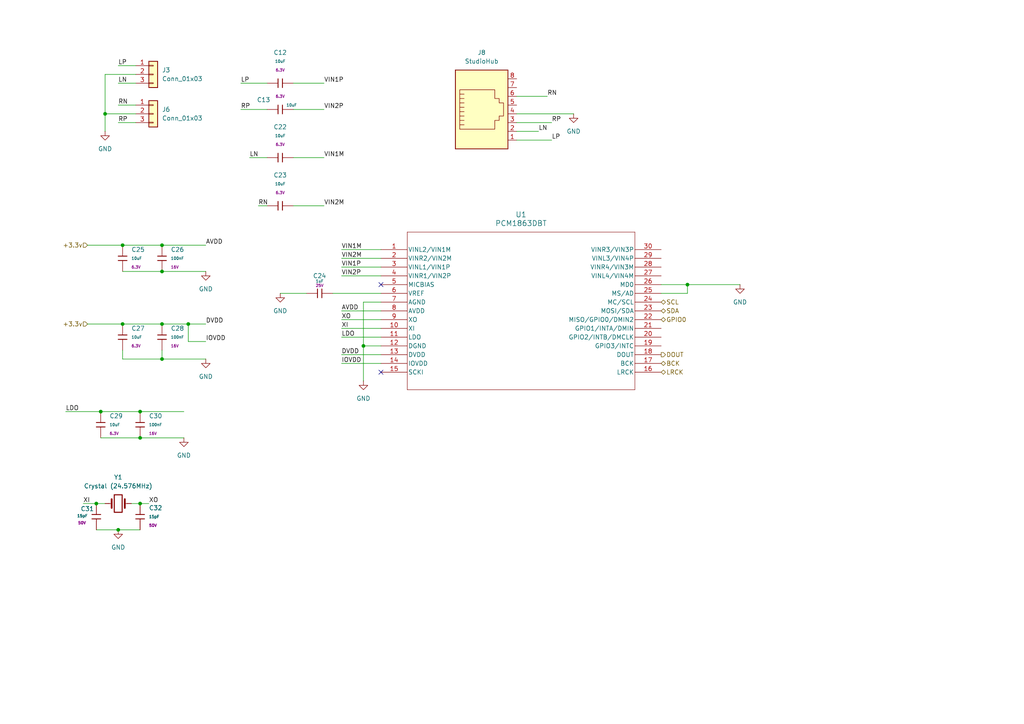
<source format=kicad_sch>
(kicad_sch (version 20250114) (generator "eeschema") (generator_version "9.0")
  (paper "A4")
  (lib_symbols
    (symbol "Connector:RJ45" (pin_names (offset 1.016))
      (property "Reference" "J" (at -5.08 13.97 0))
      (property "Value" "RJ45" (at 2.54 13.97 0))
      (symbol "RJ45_0_1"
        (polyline (pts (xy -6.35 1.905) (xy -5.08 1.905) (xy -5.08 1.905)))
        (polyline (pts (xy -6.35 0.635) (xy -5.08 0.635) (xy -5.08 0.635)))
        (polyline (pts (xy -6.35 -0.635) (xy -5.08 -0.635) (xy -5.08 -0.635)))
        (polyline (pts (xy -6.35 -1.905) (xy -5.08 -1.905) (xy -5.08 -1.905)))
        (polyline (pts (xy -6.35 -3.175) (xy -5.08 -3.175) (xy -5.08 -3.175)))
        (polyline (pts (xy -6.35 -4.445) (xy -6.35 6.985) (xy 3.81 6.985) (xy 3.81 4.445) (xy 5.08 4.445) (xy 5.08 3.175) (xy 6.35 3.175) (xy 6.35 -0.635) (xy 5.08 -0.635) (xy 5.08 -1.905) (xy 3.81 -1.905) (xy 3.81 -4.445) (xy -6.35 -4.445) (xy -6.35 -4.445)))
        (polyline (pts (xy -5.08 5.715) (xy -6.35 5.715)))
        (polyline (pts (xy -5.08 4.445) (xy -6.35 4.445)))
        (polyline (pts (xy -5.08 3.175) (xy -6.35 3.175) (xy -6.35 3.175)))
        (rectangle (start 7.62 12.7) (end -7.62 -10.16) (stroke (width 0.254)) (fill (type background)))
      )
      (symbol "RJ45_1_1"
        (pin passive line (at 10.16 10.16 180) (length 2.54) (name "~") (number "8"))
        (pin passive line (at 10.16 7.62 180) (length 2.54) (name "~") (number "7"))
        (pin passive line (at 10.16 5.08 180) (length 2.54) (name "~") (number "6"))
        (pin passive line (at 10.16 2.54 180) (length 2.54) (name "~") (number "5"))
        (pin passive line (at 10.16 0 180) (length 2.54) (name "~") (number "4"))
        (pin passive line (at 10.16 -2.54 180) (length 2.54) (name "~") (number "3"))
        (pin passive line (at 10.16 -5.08 180) (length 2.54) (name "~") (number "2"))
        (pin passive line (at 10.16 -7.62 180) (length 2.54) (name "~") (number "1"))
      )
    )
    (symbol "Connector_Generic:Conn_01x03" (pin_names (offset 1.016) (hide yes))
      (property "Reference" "J" (at 0 5.08 0))
      (property "Value" "Conn_01x03" (at 0 -5.08 0))
      (symbol "Conn_01x03_1_1"
        (rectangle (start -1.27 3.81) (end 1.27 -3.81) (stroke (width 0.254)) (fill (type background)))
        (rectangle (start -1.27 2.667) (end 0 2.413) (stroke (width 0.1524)))
        (rectangle (start -1.27 0.127) (end 0 -0.127) (stroke (width 0.1524)))
        (rectangle (start -1.27 -2.413) (end 0 -2.667) (stroke (width 0.1524)))
        (pin passive line (at -5.08 2.54 0) (length 3.81) (name "Pin_1") (number "1"))
        (pin passive line (at -5.08 0 0) (length 3.81) (name "Pin_2") (number "2"))
        (pin passive line (at -5.08 -2.54 0) (length 3.81) (name "Pin_3") (number "3"))
      )
    )
    (symbol "Device:Crystal" (pin_numbers (hide yes)) (pin_names (offset 1.016) (hide yes))
      (property "Reference" "Y" (at 0 3.81 0))
      (property "Value" "Crystal" (at 0 -3.81 0))
      (symbol "Crystal_0_1"
        (polyline (pts (xy -2.54 0) (xy -1.905 0)))
        (polyline (pts (xy -1.905 -1.27) (xy -1.905 1.27)) (stroke (width 0.508)))
        (rectangle (start -1.143 2.54) (end 1.143 -2.54) (stroke (width 0.3048)))
        (polyline (pts (xy 1.905 -1.27) (xy 1.905 1.27)) (stroke (width 0.508)))
        (polyline (pts (xy 2.54 0) (xy 1.905 0)))
      )
      (symbol "Crystal_1_1"
        (pin passive line (at -3.81 0 0) (length 1.27) (name "1") (number "1"))
        (pin passive line (at 3.81 0 180) (length 1.27) (name "2") (number "2"))
      )
    )
    (symbol "PCM1863:PCM1863DBT" (pin_names (offset 0.254))
      (property "Reference" "U" (at 40.64 10.16 0))
      (property "Value" "PCM1863DBT" (at 40.64 7.62 0))
      (symbol "PCM1863DBT_0_1"
        (polyline (pts (xy 7.62 5.08) (xy 7.62 -40.64)) (stroke (width 0.127)))
        (polyline (pts (xy 7.62 -40.64) (xy 73.66 -40.64)) (stroke (width 0.127)))
        (polyline (pts (xy 73.66 5.08) (xy 7.62 5.08)) (stroke (width 0.127)))
        (polyline (pts (xy 73.66 -40.64) (xy 73.66 5.08)) (stroke (width 0.127)))
        (pin input line (at 0 0 0) (length 7.62) (name "VINL2/VIN1M") (number "1"))
        (pin input line (at 0 -2.54 0) (length 7.62) (name "VINR2/VIN2M") (number "2"))
        (pin input line (at 0 -5.08 0) (length 7.62) (name "VINL1/VIN1P") (number "3"))
        (pin input line (at 0 -7.62 0) (length 7.62) (name "VINR1/VIN2P") (number "4"))
        (pin unspecified line (at 0 -10.16 0) (length 7.62) (name "MICBIAS") (number "5"))
        (pin power_in line (at 0 -12.7 0) (length 7.62) (name "VREF") (number "6"))
        (pin power_in line (at 0 -15.24 0) (length 7.62) (name "AGND") (number "7"))
        (pin power_in line (at 0 -17.78 0) (length 7.62) (name "AVDD") (number "8"))
        (pin output line (at 0 -20.32 0) (length 7.62) (name "XO") (number "9"))
        (pin input line (at 0 -22.86 0) (length 7.62) (name "XI") (number "10"))
        (pin output line (at 0 -25.4 0) (length 7.62) (name "LDO") (number "11"))
        (pin power_in line (at 0 -27.94 0) (length 7.62) (name "DGND") (number "12"))
        (pin power_in line (at 0 -30.48 0) (length 7.62) (name "DVDD") (number "13"))
        (pin power_in line (at 0 -33.02 0) (length 7.62) (name "IOVDD") (number "14"))
        (pin input line (at 0 -35.56 0) (length 7.62) (name "SCKI") (number "15"))
        (pin input line (at 81.28 0 180) (length 7.62) (name "VINR3/VIN3P") (number "30"))
        (pin input line (at 81.28 -2.54 180) (length 7.62) (name "VINL3/VIN4P") (number "29"))
        (pin input line (at 81.28 -5.08 180) (length 7.62) (name "VINR4/VIN3M") (number "28"))
        (pin input line (at 81.28 -7.62 180) (length 7.62) (name "VINL4/VIN4M") (number "27"))
        (pin input line (at 81.28 -10.16 180) (length 7.62) (name "MD0") (number "26"))
        (pin input line (at 81.28 -12.7 180) (length 7.62) (name "MS/AD") (number "25"))
        (pin input line (at 81.28 -15.24 180) (length 7.62) (name "MC/SCL") (number "24"))
        (pin bidirectional line (at 81.28 -17.78 180) (length 7.62) (name "MOSI/SDA") (number "23"))
        (pin bidirectional line (at 81.28 -20.32 180) (length 7.62) (name "MISO/GPIO0/DMIN2") (number "22"))
        (pin bidirectional line (at 81.28 -22.86 180) (length 7.62) (name "GPIO1/INTA/DMIN") (number "21"))
        (pin bidirectional line (at 81.28 -25.4 180) (length 7.62) (name "GPIO2/INTB/DMCLK") (number "20"))
        (pin bidirectional line (at 81.28 -27.94 180) (length 7.62) (name "GPIO3/INTC") (number "19"))
        (pin output line (at 81.28 -30.48 180) (length 7.62) (name "DOUT") (number "18"))
        (pin bidirectional line (at 81.28 -33.02 180) (length 7.62) (name "BCK") (number "17"))
        (pin bidirectional line (at 81.28 -35.56 180) (length 7.62) (name "LRCK") (number "16"))
      )
    )
    (symbol "PCM_JLCPCB-Capacitors:0402,100nF" (pin_numbers (hide yes)) (pin_names (offset 0))
      (property "Reference" "C" (at 2.032 1.668 0))
      (property "Value" "100nF" (at 2.032 -0.3782 0))
      (property "Voltage Rated" "16V" (at 2.032 -2.0462 0))
      (symbol "0402,100nF_0_1"
        (polyline (pts (xy -1.27 0.635) (xy 1.27 0.635)) (stroke (width 0.254)))
        (polyline (pts (xy -1.27 -0.635) (xy 1.27 -0.635)) (stroke (width 0.254)))
      )
      (symbol "0402,100nF_1_1"
        (pin passive line (at 0 3.81 270) (length 3.175) (name "~") (number "1"))
        (pin passive line (at 0 -3.81 90) (length 3.175) (name "~") (number "2"))
      )
    )
    (symbol "PCM_JLCPCB-Capacitors:0402,10uF" (pin_numbers (hide yes)) (pin_names (offset 0))
      (property "Reference" "C" (at 2.032 1.668 0))
      (property "Value" "10uF" (at 2.032 -0.3782 0))
      (property "Voltage Rated" "6.3V" (at 2.032 -2.0462 0))
      (symbol "0402,10uF_0_1"
        (polyline (pts (xy -1.27 0.635) (xy 1.27 0.635)) (stroke (width 0.254)))
        (polyline (pts (xy -1.27 -0.635) (xy 1.27 -0.635)) (stroke (width 0.254)))
      )
      (symbol "0402,10uF_1_1"
        (pin passive line (at 0 3.81 270) (length 3.175) (name "~") (number "1"))
        (pin passive line (at 0 -3.81 90) (length 3.175) (name "~") (number "2"))
      )
    )
    (symbol "PCM_JLCPCB-Capacitors:0402,15pF" (pin_numbers (hide yes)) (pin_names (offset 0))
      (property "Reference" "C" (at 2.032 1.668 0))
      (property "Value" "15pF" (at 2.032 -0.3782 0))
      (property "Voltage Rated" "50V" (at 2.032 -2.0462 0))
      (symbol "0402,15pF_0_1"
        (polyline (pts (xy -1.27 0.635) (xy 1.27 0.635)) (stroke (width 0.254)))
        (polyline (pts (xy -1.27 -0.635) (xy 1.27 -0.635)) (stroke (width 0.254)))
      )
      (symbol "0402,15pF_1_1"
        (pin passive line (at 0 3.81 270) (length 3.175) (name "~") (number "1"))
        (pin passive line (at 0 -3.81 90) (length 3.175) (name "~") (number "2"))
      )
    )
    (symbol "PCM_JLCPCB-Capacitors:0402,1uF" (pin_numbers (hide yes)) (pin_names (offset 0))
      (property "Reference" "C" (at 2.032 1.668 0))
      (property "Value" "1uF" (at 2.032 -0.3782 0))
      (property "Voltage Rated" "25V" (at 2.032 -2.0462 0))
      (symbol "0402,1uF_0_1"
        (polyline (pts (xy -1.27 0.635) (xy 1.27 0.635)) (stroke (width 0.254)))
        (polyline (pts (xy -1.27 -0.635) (xy 1.27 -0.635)) (stroke (width 0.254)))
      )
      (symbol "0402,1uF_1_1"
        (pin passive line (at 0 3.81 270) (length 3.175) (name "~") (number "1"))
        (pin passive line (at 0 -3.81 90) (length 3.175) (name "~") (number "2"))
      )
    )
    (symbol "power:GND" (power) (pin_numbers (hide yes)) (pin_names (offset 0) (hide yes))
      (property "Value" "GND" (at 0 -3.81 0))
      (symbol "GND_0_1"
        (polyline (pts (xy 0 0) (xy 0 -1.27) (xy 1.27 -1.27) (xy 0 -2.54) (xy -1.27 -1.27) (xy 0 -1.27)))
      )
      (symbol "GND_1_1"
        (pin power_in line (at 0 0 270) (length 0) (name "~") (number "1"))
      )
    )
  )
  (junction (at 40.64 146.05))
  (junction (at 35.56 93.98))
  (junction (at 46.99 71.12))
  (junction (at 105.41 100.33))
  (junction (at 34.29 153.67))
  (junction (at 29.21 119.38))
  (junction (at 35.56 71.12))
  (junction (at 46.99 78.74))
  (junction (at 40.64 119.38))
  (junction (at 46.99 104.14))
  (junction (at 30.48 33.02))
  (junction (at 54.61 93.98))
  (junction (at 40.64 127))
  (junction (at 46.99 93.98))
  (junction (at 199.39 82.55))
  (junction (at 27.94 146.05))
  (no_connect (at 110.49 107.95))
  (no_connect (at 110.49 82.55))
  (wire (pts (xy 29.21 127) (xy 40.64 127)))
  (wire (pts (xy 35.56 71.12) (xy 46.99 71.12)))
  (wire (pts (xy 34.29 153.67) (xy 40.64 153.67)))
  (wire (pts (xy 199.39 85.09) (xy 199.39 82.55)))
  (wire (pts (xy 99.06 97.79) (xy 110.49 97.79)))
  (wire (pts (xy 27.94 153.67) (xy 34.29 153.67)))
  (wire (pts (xy 105.41 87.63) (xy 105.41 100.33)))
  (wire (pts (xy 29.21 119.38) (xy 40.64 119.38)))
  (wire (pts (xy 110.49 74.93) (xy 99.06 74.93)))
  (wire (pts (xy 74.93 59.69) (xy 77.47 59.69)))
  (wire (pts (xy 99.06 95.25) (xy 110.49 95.25)))
  (wire (pts (xy 59.69 104.14) (xy 46.99 104.14)))
  (wire (pts (xy 81.28 85.09) (xy 88.9 85.09)))
  (wire (pts (xy 191.77 85.09) (xy 199.39 85.09)))
  (wire (pts (xy 25.4 71.12) (xy 35.56 71.12)))
  (wire (pts (xy 85.09 59.69) (xy 93.98 59.69)))
  (wire (pts (xy 72.39 45.72) (xy 77.47 45.72)))
  (wire (pts (xy 191.77 82.55) (xy 199.39 82.55)))
  (wire (pts (xy 27.94 146.05) (xy 30.48 146.05)))
  (wire (pts (xy 19.05 119.38) (xy 29.21 119.38)))
  (wire (pts (xy 110.49 80.01) (xy 99.06 80.01)))
  (wire (pts (xy 199.39 82.55) (xy 214.63 82.55)))
  (wire (pts (xy 46.99 104.14) (xy 46.99 101.6)))
  (wire (pts (xy 53.34 127) (xy 40.64 127)))
  (wire (pts (xy 85.09 31.75) (xy 93.98 31.75)))
  (wire (pts (xy 46.99 71.12) (xy 59.69 71.12)))
  (wire (pts (xy 54.61 99.06) (xy 59.69 99.06)))
  (wire (pts (xy 96.52 85.09) (xy 110.49 85.09)))
  (wire (pts (xy 54.61 93.98) (xy 59.69 93.98)))
  (wire (pts (xy 149.86 38.1) (xy 156.21 38.1)))
  (wire (pts (xy 99.06 102.87) (xy 110.49 102.87)))
  (wire (pts (xy 85.09 24.13) (xy 93.98 24.13)))
  (wire (pts (xy 149.86 33.02) (xy 166.37 33.02)))
  (wire (pts (xy 46.99 78.74) (xy 59.69 78.74)))
  (wire (pts (xy 110.49 87.63) (xy 105.41 87.63)))
  (wire (pts (xy 39.37 30.48) (xy 34.29 30.48)))
  (wire (pts (xy 110.49 77.47) (xy 99.06 77.47)))
  (wire (pts (xy 40.64 146.05) (xy 43.18 146.05)))
  (wire (pts (xy 149.86 35.56) (xy 160.02 35.56)))
  (wire (pts (xy 34.29 35.56) (xy 39.37 35.56)))
  (wire (pts (xy 38.1 146.05) (xy 40.64 146.05)))
  (wire (pts (xy 85.09 45.72) (xy 93.98 45.72)))
  (wire (pts (xy 25.4 93.98) (xy 35.56 93.98)))
  (wire (pts (xy 54.61 93.98) (xy 54.61 99.06)))
  (wire (pts (xy 35.56 104.14) (xy 46.99 104.14)))
  (wire (pts (xy 149.86 40.64) (xy 160.02 40.64)))
  (wire (pts (xy 35.56 104.14) (xy 35.56 101.6)))
  (wire (pts (xy 69.85 24.13) (xy 77.47 24.13)))
  (wire (pts (xy 30.48 33.02) (xy 30.48 38.1)))
  (wire (pts (xy 69.85 31.75) (xy 77.47 31.75)))
  (wire (pts (xy 99.06 90.17) (xy 110.49 90.17)))
  (wire (pts (xy 105.41 100.33) (xy 105.41 110.49)))
  (wire (pts (xy 24.13 146.05) (xy 27.94 146.05)))
  (wire (pts (xy 30.48 21.59) (xy 30.48 33.02)))
  (wire (pts (xy 99.06 72.39) (xy 110.49 72.39)))
  (wire (pts (xy 40.64 119.38) (xy 53.34 119.38)))
  (wire (pts (xy 35.56 93.98) (xy 46.99 93.98)))
  (wire (pts (xy 30.48 21.59) (xy 39.37 21.59)))
  (wire (pts (xy 99.06 92.71) (xy 110.49 92.71)))
  (wire (pts (xy 110.49 100.33) (xy 105.41 100.33)))
  (wire (pts (xy 149.86 27.94) (xy 158.75 27.94)))
  (wire (pts (xy 35.56 78.74) (xy 46.99 78.74)))
  (wire (pts (xy 46.99 93.98) (xy 54.61 93.98)))
  (wire (pts (xy 99.06 105.41) (xy 110.49 105.41)))
  (wire (pts (xy 39.37 19.05) (xy 34.29 19.05)))
  (wire (pts (xy 30.48 33.02) (xy 39.37 33.02)))
  (wire (pts (xy 34.29 24.13) (xy 39.37 24.13)))
  (label "XI" (at 99.06 95.25 0))
  (label "LN" (at 72.39 45.72 0))
  (label "RN" (at 158.75 27.94 0))
  (label "RN" (at 34.29 30.48 0))
  (label "VIN1P" (at 99.06 77.47 0))
  (label "LN" (at 34.29 24.13 0))
  (label "VIN2P" (at 93.98 31.75 0))
  (label "LP" (at 69.85 24.13 0))
  (label "DVDD" (at 59.69 93.98 0))
  (label "AVDD" (at 59.69 71.12 0))
  (label "XI" (at 24.13 146.05 0))
  (label "XO" (at 99.06 92.71 0))
  (label "VIN1M" (at 99.06 72.39 0))
  (label "DVDD" (at 99.06 102.87 0))
  (label "LP" (at 160.02 40.64 0))
  (label "XO" (at 43.18 146.05 0))
  (label "LP" (at 34.29 19.05 0))
  (label "RP" (at 34.29 35.56 0))
  (label "RN" (at 74.93 59.69 0))
  (label "RP" (at 69.85 31.75 0))
  (label "AVDD" (at 99.06 90.17 0))
  (label "IOVDD" (at 59.69 99.06 0))
  (label "LN" (at 156.21 38.1 0))
  (label "RP" (at 160.02 35.56 0))
  (label "VIN1P" (at 93.98 24.13 0))
  (label "VIN2M" (at 93.98 59.69 0))
  (label "LDO" (at 19.05 119.38 0))
  (label "VIN2P" (at 99.06 80.01 0))
  (label "LDO" (at 99.06 97.79 0))
  (label "IOVDD" (at 99.06 105.41 0))
  (label "VIN1M" (at 93.98 45.72 0))
  (label "VIN2M" (at 99.06 74.93 0))
  (hierarchical_label "+3.3v" (shape input) (at 25.4 71.12 180))
  (hierarchical_label "GPIO0" (shape bidirectional) (at 191.77 92.71 0))
  (hierarchical_label "LRCK" (shape bidirectional) (at 191.77 107.95 0))
  (hierarchical_label "BCK" (shape bidirectional) (at 191.77 105.41 0))
  (hierarchical_label "SCL" (shape bidirectional) (at 191.77 87.63 0))
  (hierarchical_label "SDA" (shape bidirectional) (at 191.77 90.17 0))
  (hierarchical_label "DOUT" (shape output) (at 191.77 102.87 0))
  (hierarchical_label "+3.3v" (shape input) (at 25.4 93.98 180))
  (symbol (lib_id "PCM_JLCPCB-Capacitors:0402,15pF") (at 40.64 149.86 0) (unit 1)
    (property "Reference" "C32" (at 43.18 147.3199 0) (effects (justify left)))
    (property "Value" "15pF" (at 43.18 149.86 0) (effects (font (size 0.8 0.8)) (justify left)))
    (property "Footprint" "PCM_JLCPCB:C_0402" (effects (hide yes)))
    (property "Datasheet" "https://www.lcsc.com/datasheet/lcsc_datasheet_2304140030_FH--Guangdong-Fenghua-Advanced-Tech-0402CG150J500NT_C1548.pdf" (effects (hide yes)))
    (property "Description" "50V 15pF C0G ±5% 0402 Multilayer Ceramic Capacitors MLCC - SMD/SMT ROHS" (effects (hide yes)))
    (property "LCSC" "C1548" (effects (hide yes)))
    (property "Stock" "324139" (effects (hide yes)))
    (property "Price" "0.004USD" (effects (hide yes)))
    (property "Process" "SMT" (effects (hide yes)))
    (property "Minimum Qty" "20" (effects (hide yes)))
    (property "Attrition Qty" "10" (effects (hide yes)))
    (property "Class" "Basic Component" (effects (hide yes)))
    (property "Category" "Capacitors,Multilayer Ceramic Capacitors MLCC - SMD/SMT" (effects (hide yes)))
    (property "Manufacturer" "FH(Guangdong Fenghua Advanced Tech)" (effects (hide yes)))
    (property "Part" "0402CG150J500NT" (effects (hide yes)))
    (property "Voltage Rated" "50V" (at 43.18 152.4 0) (effects (font (size 0.8 0.8)) (justify left)))
    (property "Tolerance" "±5%" (effects (hide yes)))
    (property "Capacitance" "15pF" (effects (hide yes)))
    (property "Temperature Coefficient" "C0G" (effects (hide yes)))
  )
  (symbol (lib_id "PCM_JLCPCB-Capacitors:0402,100nF") (at 40.64 123.19 0) (unit 1)
    (property "Reference" "C30" (at 43.18 120.6499 0) (effects (justify left)))
    (property "Value" "100nF" (at 43.18 123.19 0) (effects (font (size 0.8 0.8)) (justify left)))
    (property "Footprint" "PCM_JLCPCB:C_0402" (effects (hide yes)))
    (property "Datasheet" "https://www.lcsc.com/datasheet/lcsc_datasheet_2304140030_Samsung-Electro-Mechanics-CL05B104KO5NNNC_C1525.pdf" (effects (hide yes)))
    (property "Description" "16V 100nF X7R ±10% 0402 Multilayer Ceramic Capacitors MLCC - SMD/SMT ROHS" (effects (hide yes)))
    (property "LCSC" "C1525" (effects (hide yes)))
    (property "Stock" "11444489" (effects (hide yes)))
    (property "Price" "0.004USD" (effects (hide yes)))
    (property "Process" "SMT" (effects (hide yes)))
    (property "Minimum Qty" "20" (effects (hide yes)))
    (property "Attrition Qty" "10" (effects (hide yes)))
    (property "Class" "Basic Component" (effects (hide yes)))
    (property "Category" "Capacitors,Multilayer Ceramic Capacitors MLCC - SMD/SMT" (effects (hide yes)))
    (property "Manufacturer" "Samsung Electro-Mechanics" (effects (hide yes)))
    (property "Part" "CL05B104KO5NNNC" (effects (hide yes)))
    (property "Voltage Rated" "16V" (at 43.18 125.73 0) (effects (font (size 0.8 0.8)) (justify left)))
    (property "Tolerance" "±10%" (effects (hide yes)))
    (property "Capacitance" "100nF" (effects (hide yes)))
    (property "Temperature Coefficient" "X7R" (effects (hide yes)))
  )
  (symbol (lib_id "PCM_JLCPCB-Capacitors:0402,15pF") (at 27.94 149.86 0) (unit 1)
    (property "Reference" "C31" (at 23.368 147.574 0) (effects (justify left)))
    (property "Value" "15pF" (at 22.352 149.606 0) (effects (font (size 0.8 0.8)) (justify left)))
    (property "Footprint" "PCM_JLCPCB:C_0402" (effects (hide yes)))
    (property "Datasheet" "https://www.lcsc.com/datasheet/lcsc_datasheet_2304140030_FH--Guangdong-Fenghua-Advanced-Tech-0402CG150J500NT_C1548.pdf" (effects (hide yes)))
    (property "Description" "50V 15pF C0G ±5% 0402 Multilayer Ceramic Capacitors MLCC - SMD/SMT ROHS" (effects (hide yes)))
    (property "LCSC" "C1548" (effects (hide yes)))
    (property "Stock" "324139" (effects (hide yes)))
    (property "Price" "0.004USD" (effects (hide yes)))
    (property "Process" "SMT" (effects (hide yes)))
    (property "Minimum Qty" "20" (effects (hide yes)))
    (property "Attrition Qty" "10" (effects (hide yes)))
    (property "Class" "Basic Component" (effects (hide yes)))
    (property "Category" "Capacitors,Multilayer Ceramic Capacitors MLCC - SMD/SMT" (effects (hide yes)))
    (property "Manufacturer" "FH(Guangdong Fenghua Advanced Tech)" (effects (hide yes)))
    (property "Part" "0402CG150J500NT" (effects (hide yes)))
    (property "Voltage Rated" "50V" (at 22.606 151.638 0) (effects (font (size 0.8 0.8)) (justify left)))
    (property "Tolerance" "±5%" (effects (hide yes)))
    (property "Capacitance" "15pF" (effects (hide yes)))
    (property "Temperature Coefficient" "C0G" (effects (hide yes)))
  )
  (symbol (lib_id "PCM_JLCPCB-Capacitors:0402,1uF") (at 92.71 85.09 90) (unit 1)
    (property "Reference" "C24" (at 92.71 80.01 90))
    (property "Value" "1uF" (at 92.71 81.534 90) (effects (font (size 0.8 0.8))))
    (property "Footprint" "PCM_JLCPCB:C_0402" (effects (hide yes)))
    (property "Datasheet" "https://www.lcsc.com/datasheet/lcsc_datasheet_2304140030_Samsung-Electro-Mechanics-CL05A105KA5NQNC_C52923.pdf" (effects (hide yes)))
    (property "Description" "25V 1uF X5R ±10% 0402 Multilayer Ceramic Capacitors MLCC - SMD/SMT ROHS" (effects (hide yes)))
    (property "LCSC" "C52923" (effects (hide yes)))
    (property "Stock" "9400182" (effects (hide yes)))
    (property "Price" "0.006USD" (effects (hide yes)))
    (property "Process" "SMT" (effects (hide yes)))
    (property "Minimum Qty" "20" (effects (hide yes)))
    (property "Attrition Qty" "10" (effects (hide yes)))
    (property "Class" "Basic Component" (effects (hide yes)))
    (property "Category" "Capacitors,Multilayer Ceramic Capacitors MLCC - SMD/SMT" (effects (hide yes)))
    (property "Manufacturer" "Samsung Electro-Mechanics" (effects (hide yes)))
    (property "Part" "CL05A105KA5NQNC" (effects (hide yes)))
    (property "Voltage Rated" "25V" (at 92.71 82.804 90) (effects (font (size 0.8 0.8))))
    (property "Tolerance" "±10%" (effects (hide yes)))
    (property "Capacitance" "1uF" (effects (hide yes)))
    (property "Temperature Coefficient" "X5R" (effects (hide yes)))
  )
  (symbol (lib_id "power:GND") (at 81.28 85.09 0) (unit 1)
    (property "Reference" "#PWR031" (effects (hide yes)))
    (property "Value" "GND" (at 81.28 90.17 0))
    (property "Description" "Power symbol creates a global label with name \"GND\" , ground" (effects (hide yes)))
  )
  (symbol (lib_id "PCM_JLCPCB-Capacitors:0402,10uF") (at 35.56 74.93 180) (unit 1)
    (property "Reference" "C25" (at 38.1 72.3899 0) (effects (justify right)))
    (property "Value" "10uF" (at 38.1 74.93 0) (effects (font (size 0.8 0.8)) (justify right)))
    (property "Footprint" "PCM_JLCPCB:C_0402" (effects (hide yes)))
    (property "Datasheet" "https://www.lcsc.com/datasheet/lcsc_datasheet_2208231630_Samsung-Electro-Mechanics-CL05A106MQ5NUNC_C15525.pdf" (effects (hide yes)))
    (property "Description" "6.3V 10uF X5R ±20% 0402 Multilayer Ceramic Capacitors MLCC - SMD/SMT ROHS" (effects (hide yes)))
    (property "LCSC" "C15525" (effects (hide yes)))
    (property "Stock" "3628061" (effects (hide yes)))
    (property "Price" "0.009USD" (effects (hide yes)))
    (property "Process" "SMT" (effects (hide yes)))
    (property "Minimum Qty" "20" (effects (hide yes)))
    (property "Attrition Qty" "10" (effects (hide yes)))
    (property "Class" "Basic Component" (effects (hide yes)))
    (property "Category" "Capacitors,Multilayer Ceramic Capacitors MLCC - SMD/SMT" (effects (hide yes)))
    (property "Manufacturer" "Samsung Electro-Mechanics" (effects (hide yes)))
    (property "Part" "CL05A106MQ5NUNC" (effects (hide yes)))
    (property "Voltage Rated" "6.3V" (at 38.1 77.47 0) (effects (font (size 0.8 0.8)) (justify right)))
    (property "Tolerance" "±20%" (effects (hide yes)))
    (property "Capacitance" "10uF" (effects (hide yes)))
    (property "Temperature Coefficient" "X5R" (effects (hide yes)))
  )
  (symbol (lib_id "Connector_Generic:Conn_01x03") (at 44.45 33.02 0) (unit 1)
    (property "Reference" "J6" (at 46.99 31.7499 0) (effects (justify left)))
    (property "Value" "Conn_01x03" (at 46.99 34.2899 0) (effects (justify left)))
    (property "Footprint" "Connector_Molex:Molex_Micro-Fit_3.0_43650-0315_1x03_P3.00mm_Vertical" (effects (hide yes)))
    (property "Description" "Generic connector, single row, 01x03, script generated (kicad-library-utils/schlib/autogen/connector/)" (effects (hide yes)))
  )
  (symbol (lib_id "power:GND") (at 214.63 82.55 0) (unit 1)
    (property "Reference" "#PWR049" (effects (hide yes)))
    (property "Value" "GND" (at 214.63 87.63 0))
    (property "Description" "Power symbol creates a global label with name \"GND\" , ground" (effects (hide yes)))
  )
  (symbol (lib_id "power:GND") (at 30.48 38.1 0) (unit 1)
    (property "Reference" "#PWR029" (effects (hide yes)))
    (property "Value" "GND" (at 30.48 43.18 0))
    (property "Description" "Power symbol creates a global label with name \"GND\" , ground" (effects (hide yes)))
  )
  (symbol (lib_id "PCM_JLCPCB-Capacitors:0402,10uF") (at 81.28 24.13 90) (unit 1)
    (property "Reference" "C12" (at 81.28 15.24 90))
    (property "Value" "10uF" (at 81.28 17.78 90) (effects (font (size 0.8 0.8))))
    (property "Footprint" "PCM_JLCPCB:C_0402" (effects (hide yes)))
    (property "Datasheet" "https://www.lcsc.com/datasheet/lcsc_datasheet_2208231630_Samsung-Electro-Mechanics-CL05A106MQ5NUNC_C15525.pdf" (effects (hide yes)))
    (property "Description" "6.3V 10uF X5R ±20% 0402 Multilayer Ceramic Capacitors MLCC - SMD/SMT ROHS" (effects (hide yes)))
    (property "LCSC" "C15525" (effects (hide yes)))
    (property "Stock" "3628061" (effects (hide yes)))
    (property "Price" "0.009USD" (effects (hide yes)))
    (property "Process" "SMT" (effects (hide yes)))
    (property "Minimum Qty" "20" (effects (hide yes)))
    (property "Attrition Qty" "10" (effects (hide yes)))
    (property "Class" "Basic Component" (effects (hide yes)))
    (property "Category" "Capacitors,Multilayer Ceramic Capacitors MLCC - SMD/SMT" (effects (hide yes)))
    (property "Manufacturer" "Samsung Electro-Mechanics" (effects (hide yes)))
    (property "Part" "CL05A106MQ5NUNC" (effects (hide yes)))
    (property "Voltage Rated" "6.3V" (at 81.28 20.32 90) (effects (font (size 0.8 0.8))))
    (property "Tolerance" "±20%" (effects (hide yes)))
    (property "Capacitance" "10uF" (effects (hide yes)))
    (property "Temperature Coefficient" "X5R" (effects (hide yes)))
  )
  (symbol (lib_id "PCM1863:PCM1863DBT") (at 110.49 72.39 0) (unit 1)
    (property "Reference" "U1" (at 151.13 62.23 0) (effects (font (size 1.524 1.524))))
    (property "Value" "PCM1863DBT" (at 151.13 64.77 0) (effects (font (size 1.524 1.524))))
    (property "Footprint" "DBT30_TEX" (effects (hide yes)))
    (property "Datasheet" "PCM1863DBT" (effects (hide yes)))
  )
  (symbol (lib_id "PCM_JLCPCB-Capacitors:0402,10uF") (at 29.21 123.19 180) (unit 1)
    (property "Reference" "C29" (at 31.75 120.6499 0) (effects (justify right)))
    (property "Value" "10uF" (at 31.75 123.19 0) (effects (font (size 0.8 0.8)) (justify right)))
    (property "Footprint" "PCM_JLCPCB:C_0402" (effects (hide yes)))
    (property "Datasheet" "https://www.lcsc.com/datasheet/lcsc_datasheet_2208231630_Samsung-Electro-Mechanics-CL05A106MQ5NUNC_C15525.pdf" (effects (hide yes)))
    (property "Description" "6.3V 10uF X5R ±20% 0402 Multilayer Ceramic Capacitors MLCC - SMD/SMT ROHS" (effects (hide yes)))
    (property "LCSC" "C15525" (effects (hide yes)))
    (property "Stock" "3628061" (effects (hide yes)))
    (property "Price" "0.009USD" (effects (hide yes)))
    (property "Process" "SMT" (effects (hide yes)))
    (property "Minimum Qty" "20" (effects (hide yes)))
    (property "Attrition Qty" "10" (effects (hide yes)))
    (property "Class" "Basic Component" (effects (hide yes)))
    (property "Category" "Capacitors,Multilayer Ceramic Capacitors MLCC - SMD/SMT" (effects (hide yes)))
    (property "Manufacturer" "Samsung Electro-Mechanics" (effects (hide yes)))
    (property "Part" "CL05A106MQ5NUNC" (effects (hide yes)))
    (property "Voltage Rated" "6.3V" (at 31.75 125.73 0) (effects (font (size 0.8 0.8)) (justify right)))
    (property "Tolerance" "±20%" (effects (hide yes)))
    (property "Capacitance" "10uF" (effects (hide yes)))
    (property "Temperature Coefficient" "X5R" (effects (hide yes)))
  )
  (symbol (lib_id "power:GND") (at 59.69 104.14 0) (unit 1)
    (property "Reference" "#PWR051" (effects (hide yes)))
    (property "Value" "GND" (at 59.69 109.22 0))
    (property "Description" "Power symbol creates a global label with name \"GND\" , ground" (effects (hide yes)))
  )
  (symbol (lib_id "Device:Crystal") (at 34.29 146.05 0) (mirror y) (unit 1)
    (property "Reference" "Y1" (at 34.29 138.43 0))
    (property "Value" "Crystal (24.576MHz)" (at 34.29 140.97 0))
    (property "Footprint" "Crystal:Crystal_HC49-U_Vertical" (effects (hide yes)))
    (property "Description" "Two pin crystal (24.576MHz)" (effects (hide yes)))
  )
  (symbol (lib_id "Connector_Generic:Conn_01x03") (at 44.45 21.59 0) (unit 1)
    (property "Reference" "J3" (at 46.99 20.3199 0) (effects (justify left)))
    (property "Value" "Conn_01x03" (at 46.99 22.8599 0) (effects (justify left)))
    (property "Footprint" "Connector_Molex:Molex_Micro-Fit_3.0_43650-0315_1x03_P3.00mm_Vertical" (effects (hide yes)))
    (property "Description" "Generic connector, single row, 01x03, script generated (kicad-library-utils/schlib/autogen/connector/)" (effects (hide yes)))
  )
  (symbol (lib_id "PCM_JLCPCB-Capacitors:0402,100nF") (at 46.99 74.93 180) (unit 1)
    (property "Reference" "C26" (at 49.53 72.3899 0) (effects (justify right)))
    (property "Value" "100nF" (at 49.53 74.93 0) (effects (font (size 0.8 0.8)) (justify right)))
    (property "Footprint" "PCM_JLCPCB:C_0402" (effects (hide yes)))
    (property "Datasheet" "https://www.lcsc.com/datasheet/lcsc_datasheet_2304140030_Samsung-Electro-Mechanics-CL05B104KO5NNNC_C1525.pdf" (effects (hide yes)))
    (property "Description" "16V 100nF X7R ±10% 0402 Multilayer Ceramic Capacitors MLCC - SMD/SMT ROHS" (effects (hide yes)))
    (property "LCSC" "C1525" (effects (hide yes)))
    (property "Stock" "11444489" (effects (hide yes)))
    (property "Price" "0.004USD" (effects (hide yes)))
    (property "Process" "SMT" (effects (hide yes)))
    (property "Minimum Qty" "20" (effects (hide yes)))
    (property "Attrition Qty" "10" (effects (hide yes)))
    (property "Class" "Basic Component" (effects (hide yes)))
    (property "Category" "Capacitors,Multilayer Ceramic Capacitors MLCC - SMD/SMT" (effects (hide yes)))
    (property "Manufacturer" "Samsung Electro-Mechanics" (effects (hide yes)))
    (property "Part" "CL05B104KO5NNNC" (effects (hide yes)))
    (property "Voltage Rated" "16V" (at 49.53 77.47 0) (effects (font (size 0.8 0.8)) (justify right)))
    (property "Tolerance" "±10%" (effects (hide yes)))
    (property "Capacitance" "100nF" (effects (hide yes)))
    (property "Temperature Coefficient" "X7R" (effects (hide yes)))
  )
  (symbol (lib_id "power:GND") (at 53.34 127 0) (unit 1)
    (property "Reference" "#PWR052" (effects (hide yes)))
    (property "Value" "GND" (at 53.34 132.08 0))
    (property "Description" "Power symbol creates a global label with name \"GND\" , ground" (effects (hide yes)))
  )
  (symbol (lib_id "Connector:RJ45") (at 139.7 33.02 0) (unit 1)
    (property "Reference" "J8" (at 139.7 15.24 0))
    (property "Value" "StudioHub" (at 139.7 17.78 0))
    (property "Description" "RJ connector, 8P8C (8 positions 8 connected)" (effects (hide yes)))
  )
  (symbol (lib_id "power:GND") (at 166.37 33.02 0) (unit 1)
    (property "Reference" "#PWR053" (effects (hide yes)))
    (property "Value" "GND" (at 166.37 38.1 0))
    (property "Description" "Power symbol creates a global label with name \"GND\" , ground" (effects (hide yes)))
  )
  (symbol (lib_id "PCM_JLCPCB-Capacitors:0402,100nF") (at 46.99 97.79 0) (unit 1)
    (property "Reference" "C28" (at 49.53 95.2499 0) (effects (justify left)))
    (property "Value" "100nF" (at 49.53 97.79 0) (effects (font (size 0.8 0.8)) (justify left)))
    (property "Footprint" "PCM_JLCPCB:C_0402" (effects (hide yes)))
    (property "Datasheet" "https://www.lcsc.com/datasheet/lcsc_datasheet_2304140030_Samsung-Electro-Mechanics-CL05B104KO5NNNC_C1525.pdf" (effects (hide yes)))
    (property "Description" "16V 100nF X7R ±10% 0402 Multilayer Ceramic Capacitors MLCC - SMD/SMT ROHS" (effects (hide yes)))
    (property "LCSC" "C1525" (effects (hide yes)))
    (property "Stock" "11444489" (effects (hide yes)))
    (property "Price" "0.004USD" (effects (hide yes)))
    (property "Process" "SMT" (effects (hide yes)))
    (property "Minimum Qty" "20" (effects (hide yes)))
    (property "Attrition Qty" "10" (effects (hide yes)))
    (property "Class" "Basic Component" (effects (hide yes)))
    (property "Category" "Capacitors,Multilayer Ceramic Capacitors MLCC - SMD/SMT" (effects (hide yes)))
    (property "Manufacturer" "Samsung Electro-Mechanics" (effects (hide yes)))
    (property "Part" "CL05B104KO5NNNC" (effects (hide yes)))
    (property "Voltage Rated" "16V" (at 49.53 100.33 0) (effects (font (size 0.8 0.8)) (justify left)))
    (property "Tolerance" "±10%" (effects (hide yes)))
    (property "Capacitance" "100nF" (effects (hide yes)))
    (property "Temperature Coefficient" "X7R" (effects (hide yes)))
  )
  (symbol (lib_id "PCM_JLCPCB-Capacitors:0402,10uF") (at 81.28 31.75 90) (unit 1)
    (property "Reference" "C13" (at 76.454 28.956 90))
    (property "Value" "10uF" (at 84.582 30.48 90) (effects (font (size 0.8 0.8))))
    (property "Footprint" "PCM_JLCPCB:C_0402" (effects (hide yes)))
    (property "Datasheet" "https://www.lcsc.com/datasheet/lcsc_datasheet_2208231630_Samsung-Electro-Mechanics-CL05A106MQ5NUNC_C15525.pdf" (effects (hide yes)))
    (property "Description" "6.3V 10uF X5R ±20% 0402 Multilayer Ceramic Capacitors MLCC - SMD/SMT ROHS" (effects (hide yes)))
    (property "LCSC" "C15525" (effects (hide yes)))
    (property "Stock" "3628061" (effects (hide yes)))
    (property "Price" "0.009USD" (effects (hide yes)))
    (property "Process" "SMT" (effects (hide yes)))
    (property "Minimum Qty" "20" (effects (hide yes)))
    (property "Attrition Qty" "10" (effects (hide yes)))
    (property "Class" "Basic Component" (effects (hide yes)))
    (property "Category" "Capacitors,Multilayer Ceramic Capacitors MLCC - SMD/SMT" (effects (hide yes)))
    (property "Manufacturer" "Samsung Electro-Mechanics" (effects (hide yes)))
    (property "Part" "CL05A106MQ5NUNC" (effects (hide yes)))
    (property "Voltage Rated" "6.3V" (at 81.28 27.94 90) (effects (font (size 0.8 0.8))))
    (property "Tolerance" "±20%" (effects (hide yes)))
    (property "Capacitance" "10uF" (effects (hide yes)))
    (property "Temperature Coefficient" "X5R" (effects (hide yes)))
  )
  (symbol (lib_id "power:GND") (at 59.69 78.74 0) (unit 1)
    (property "Reference" "#PWR050" (effects (hide yes)))
    (property "Value" "GND" (at 59.69 83.82 0))
    (property "Description" "Power symbol creates a global label with name \"GND\" , ground" (effects (hide yes)))
  )
  (symbol (lib_id "PCM_JLCPCB-Capacitors:0402,10uF") (at 81.28 45.72 90) (unit 1)
    (property "Reference" "C22" (at 81.28 36.83 90))
    (property "Value" "10uF" (at 81.28 39.37 90) (effects (font (size 0.8 0.8))))
    (property "Footprint" "PCM_JLCPCB:C_0402" (effects (hide yes)))
    (property "Datasheet" "https://www.lcsc.com/datasheet/lcsc_datasheet_2208231630_Samsung-Electro-Mechanics-CL05A106MQ5NUNC_C15525.pdf" (effects (hide yes)))
    (property "Description" "6.3V 10uF X5R ±20% 0402 Multilayer Ceramic Capacitors MLCC - SMD/SMT ROHS" (effects (hide yes)))
    (property "LCSC" "C15525" (effects (hide yes)))
    (property "Stock" "3628061" (effects (hide yes)))
    (property "Price" "0.009USD" (effects (hide yes)))
    (property "Process" "SMT" (effects (hide yes)))
    (property "Minimum Qty" "20" (effects (hide yes)))
    (property "Attrition Qty" "10" (effects (hide yes)))
    (property "Class" "Basic Component" (effects (hide yes)))
    (property "Category" "Capacitors,Multilayer Ceramic Capacitors MLCC - SMD/SMT" (effects (hide yes)))
    (property "Manufacturer" "Samsung Electro-Mechanics" (effects (hide yes)))
    (property "Part" "CL05A106MQ5NUNC" (effects (hide yes)))
    (property "Voltage Rated" "6.3V" (at 81.28 41.91 90) (effects (font (size 0.8 0.8))))
    (property "Tolerance" "±20%" (effects (hide yes)))
    (property "Capacitance" "10uF" (effects (hide yes)))
    (property "Temperature Coefficient" "X5R" (effects (hide yes)))
  )
  (symbol (lib_id "PCM_JLCPCB-Capacitors:0402,10uF") (at 81.28 59.69 90) (unit 1)
    (property "Reference" "C23" (at 81.28 50.8 90))
    (property "Value" "10uF" (at 81.28 53.34 90) (effects (font (size 0.8 0.8))))
    (property "Footprint" "PCM_JLCPCB:C_0402" (effects (hide yes)))
    (property "Datasheet" "https://www.lcsc.com/datasheet/lcsc_datasheet_2208231630_Samsung-Electro-Mechanics-CL05A106MQ5NUNC_C15525.pdf" (effects (hide yes)))
    (property "Description" "6.3V 10uF X5R ±20% 0402 Multilayer Ceramic Capacitors MLCC - SMD/SMT ROHS" (effects (hide yes)))
    (property "LCSC" "C15525" (effects (hide yes)))
    (property "Stock" "3628061" (effects (hide yes)))
    (property "Price" "0.009USD" (effects (hide yes)))
    (property "Process" "SMT" (effects (hide yes)))
    (property "Minimum Qty" "20" (effects (hide yes)))
    (property "Attrition Qty" "10" (effects (hide yes)))
    (property "Class" "Basic Component" (effects (hide yes)))
    (property "Category" "Capacitors,Multilayer Ceramic Capacitors MLCC - SMD/SMT" (effects (hide yes)))
    (property "Manufacturer" "Samsung Electro-Mechanics" (effects (hide yes)))
    (property "Part" "CL05A106MQ5NUNC" (effects (hide yes)))
    (property "Voltage Rated" "6.3V" (at 81.28 55.88 90) (effects (font (size 0.8 0.8))))
    (property "Tolerance" "±20%" (effects (hide yes)))
    (property "Capacitance" "10uF" (effects (hide yes)))
    (property "Temperature Coefficient" "X5R" (effects (hide yes)))
  )
  (symbol (lib_id "PCM_JLCPCB-Capacitors:0402,10uF") (at 35.56 97.79 180) (unit 1)
    (property "Reference" "C27" (at 38.1 95.2499 0) (effects (justify right)))
    (property "Value" "10uF" (at 38.1 97.79 0) (effects (font (size 0.8 0.8)) (justify right)))
    (property "Footprint" "PCM_JLCPCB:C_0402" (effects (hide yes)))
    (property "Datasheet" "https://www.lcsc.com/datasheet/lcsc_datasheet_2208231630_Samsung-Electro-Mechanics-CL05A106MQ5NUNC_C15525.pdf" (effects (hide yes)))
    (property "Description" "6.3V 10uF X5R ±20% 0402 Multilayer Ceramic Capacitors MLCC - SMD/SMT ROHS" (effects (hide yes)))
    (property "LCSC" "C15525" (effects (hide yes)))
    (property "Stock" "3628061" (effects (hide yes)))
    (property "Price" "0.009USD" (effects (hide yes)))
    (property "Process" "SMT" (effects (hide yes)))
    (property "Minimum Qty" "20" (effects (hide yes)))
    (property "Attrition Qty" "10" (effects (hide yes)))
    (property "Class" "Basic Component" (effects (hide yes)))
    (property "Category" "Capacitors,Multilayer Ceramic Capacitors MLCC - SMD/SMT" (effects (hide yes)))
    (property "Manufacturer" "Samsung Electro-Mechanics" (effects (hide yes)))
    (property "Part" "CL05A106MQ5NUNC" (effects (hide yes)))
    (property "Voltage Rated" "6.3V" (at 38.1 100.33 0) (effects (font (size 0.8 0.8)) (justify right)))
    (property "Tolerance" "±20%" (effects (hide yes)))
    (property "Capacitance" "10uF" (effects (hide yes)))
    (property "Temperature Coefficient" "X5R" (effects (hide yes)))
  )
  (symbol (lib_id "power:GND") (at 105.41 110.49 0) (unit 1)
    (property "Reference" "#PWR030" (effects (hide yes)))
    (property "Value" "GND" (at 105.41 115.57 0))
    (property "Description" "Power symbol creates a global label with name \"GND\" , ground" (effects (hide yes)))
  )
  (symbol (lib_id "power:GND") (at 34.29 153.67 0) (unit 1)
    (property "Reference" "#PWR02" (effects (hide yes)))
    (property "Value" "GND" (at 34.29 158.75 0))
    (property "Description" "Power symbol creates a global label with name \"GND\" , ground" (effects (hide yes)))
  )
)
</source>
